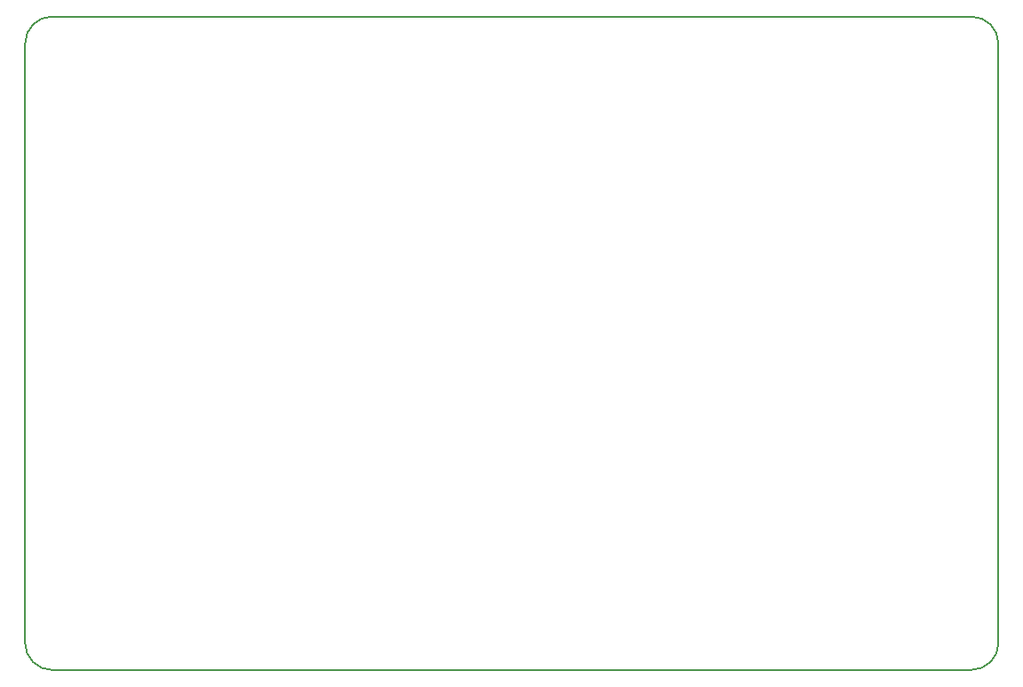
<source format=gbr>
G04 #@! TF.GenerationSoftware,KiCad,Pcbnew,(5.1.0)-1*
G04 #@! TF.CreationDate,2019-07-24T12:11:53+02:00*
G04 #@! TF.ProjectId,PSU - Filter,50535520-2d20-4466-996c-7465722e6b69,rev?*
G04 #@! TF.SameCoordinates,Original*
G04 #@! TF.FileFunction,Profile,NP*
%FSLAX46Y46*%
G04 Gerber Fmt 4.6, Leading zero omitted, Abs format (unit mm)*
G04 Created by KiCad (PCBNEW (5.1.0)-1) date 2019-07-24 12:11:53*
%MOMM*%
%LPD*%
G04 APERTURE LIST*
%ADD10C,0.150000*%
G04 APERTURE END LIST*
D10*
X156210000Y-115570000D02*
X156210000Y-58420000D01*
X156210000Y-115570000D02*
G75*
G02X153670000Y-118110000I-2540000J0D01*
G01*
X153670000Y-55880000D02*
G75*
G02X156210000Y-58420000I0J-2540000D01*
G01*
X63500000Y-58420000D02*
X63500000Y-115570000D01*
X153670000Y-55880000D02*
X66040000Y-55880000D01*
X63500000Y-58420000D02*
G75*
G02X66040000Y-55880000I2540000J0D01*
G01*
X66040000Y-118110000D02*
G75*
G02X63500000Y-115570000I0J2540000D01*
G01*
X153670000Y-118110000D02*
X66040000Y-118110000D01*
M02*

</source>
